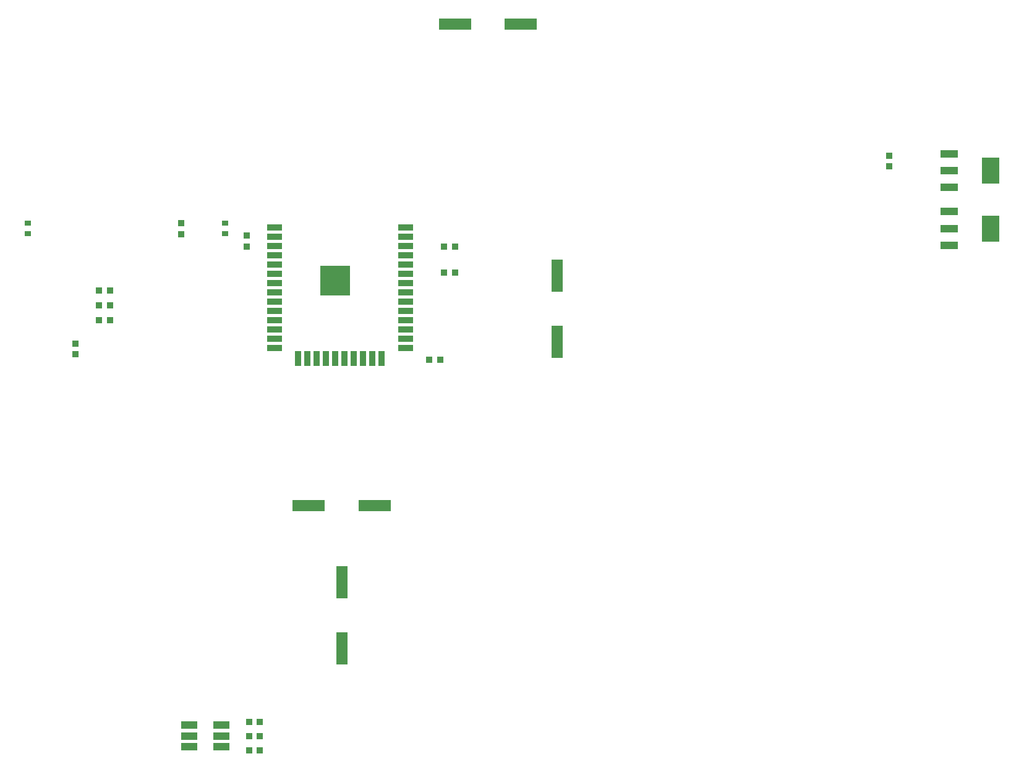
<source format=gtp>
%TF.GenerationSoftware,KiCad,Pcbnew,8.0.3*%
%TF.CreationDate,2024-07-01T16:21:35+02:00*%
%TF.ProjectId,bottomPCB,626f7474-6f6d-4504-9342-2e6b69636164,rev?*%
%TF.SameCoordinates,Original*%
%TF.FileFunction,Paste,Top*%
%TF.FilePolarity,Positive*%
%FSLAX46Y46*%
G04 Gerber Fmt 4.6, Leading zero omitted, Abs format (unit mm)*
G04 Created by KiCad (PCBNEW 8.0.3) date 2024-07-01 16:21:35*
%MOMM*%
%LPD*%
G01*
G04 APERTURE LIST*
%ADD10R,2.464999X1.050013*%
%ADD11R,2.464999X3.540005*%
%ADD12R,1.650013X4.500000*%
%ADD13R,0.806477X0.864008*%
%ADD14R,4.500000X1.650013*%
%ADD15R,2.000000X0.900000*%
%ADD16R,0.900000X2.000000*%
%ADD17R,4.100000X4.100000*%
%ADD18R,0.900000X0.800000*%
%ADD19R,2.264999X1.000000*%
%ADD20R,0.864008X0.806477*%
G04 APERTURE END LIST*
D10*
%TO.C,U9*%
X94142495Y2254812D03*
X94142495Y-45163D03*
X94142495Y-2345138D03*
D11*
X99857507Y-45163D03*
%TD*%
D12*
%TO.C,C7*%
X40500000Y-14500127D03*
X40500000Y-23499873D03*
%TD*%
D13*
%TO.C,R3*%
X26500000Y-10500000D03*
X24993268Y-10500000D03*
%TD*%
D14*
%TO.C,C8*%
X26500127Y20000000D03*
X35499873Y20000000D03*
%TD*%
D13*
%TO.C,R8*%
X-1707518Y-75552653D03*
X-200786Y-75552653D03*
%TD*%
D15*
%TO.C,U2*%
X1769622Y-7823381D03*
X1769622Y-9093384D03*
X1769622Y-10363386D03*
X1769622Y-11633389D03*
X1769622Y-12903391D03*
X1769622Y-14173394D03*
X1769622Y-15443396D03*
X1769622Y-16713399D03*
X1769622Y-17983402D03*
X1769622Y-19253404D03*
X1769622Y-20523407D03*
X1769622Y-21793409D03*
X1769622Y-23063412D03*
X1769622Y-24333414D03*
D16*
X5054610Y-25833541D03*
X6324613Y-25833541D03*
X7594615Y-25833541D03*
X8864618Y-25833541D03*
X10134620Y-25833541D03*
X11404623Y-25833541D03*
X12674625Y-25833541D03*
X13944628Y-25833541D03*
X15214630Y-25833541D03*
X16484633Y-25833541D03*
D15*
X19769622Y-24333414D03*
X19769622Y-23063412D03*
X19769622Y-21793409D03*
X19769622Y-20523407D03*
X19769622Y-19253404D03*
X19769622Y-17983402D03*
X19769622Y-16713399D03*
X19769622Y-15443396D03*
X19769622Y-14173394D03*
X19769622Y-12903391D03*
X19769622Y-11633389D03*
X19769622Y-10363386D03*
X19769622Y-9093384D03*
X19769622Y-7823381D03*
D17*
X10089662Y-15163742D03*
%TD*%
D10*
%TO.C,U8*%
X94142494Y-5700025D03*
X94142494Y-8000000D03*
X94142494Y-10299975D03*
D11*
X99857506Y-8000000D03*
%TD*%
D18*
%TO.C,C3*%
X-5000000Y-8700024D03*
X-5000000Y-7299976D03*
%TD*%
D19*
%TO.C,LED1*%
X-9915036Y-75999746D03*
X-9915037Y-77499873D03*
X-9915036Y-79000000D03*
X-5500000Y-79000000D03*
X-5499999Y-77499873D03*
X-5500000Y-75999746D03*
%TD*%
D13*
%TO.C,R7*%
X22993270Y-26000000D03*
X24500000Y-26000000D03*
%TD*%
%TO.C,R9*%
X-1707518Y-77499873D03*
X-200786Y-77499873D03*
%TD*%
%TO.C,R13*%
X-20746634Y-20540000D03*
X-22253366Y-20540000D03*
%TD*%
D20*
%TO.C,R1*%
X-11000000Y-7246634D03*
X-11000000Y-8753366D03*
%TD*%
D13*
%TO.C,R2*%
X26500000Y-14000000D03*
X24993268Y-14000000D03*
%TD*%
D20*
%TO.C,R4*%
X-25500000Y-23746634D03*
X-25500000Y-25253366D03*
%TD*%
%TO.C,R6*%
X-2000000Y-10500000D03*
X-2000000Y-8993268D03*
%TD*%
D12*
%TO.C,C4*%
X11000000Y-56500127D03*
X11000000Y-65499873D03*
%TD*%
D13*
%TO.C,R12*%
X-20746634Y-16500000D03*
X-22253366Y-16500000D03*
%TD*%
D20*
%TO.C,R5*%
X86000000Y2000000D03*
X86000000Y493268D03*
%TD*%
D13*
%TO.C,R11*%
X-20746634Y-18500000D03*
X-22253366Y-18500000D03*
%TD*%
D18*
%TO.C,C6*%
X-32000000Y-8700024D03*
X-32000000Y-7299976D03*
%TD*%
D13*
%TO.C,R10*%
X-1707518Y-79499873D03*
X-200786Y-79499873D03*
%TD*%
D14*
%TO.C,C5*%
X6500127Y-46000000D03*
X15499873Y-46000000D03*
%TD*%
M02*

</source>
